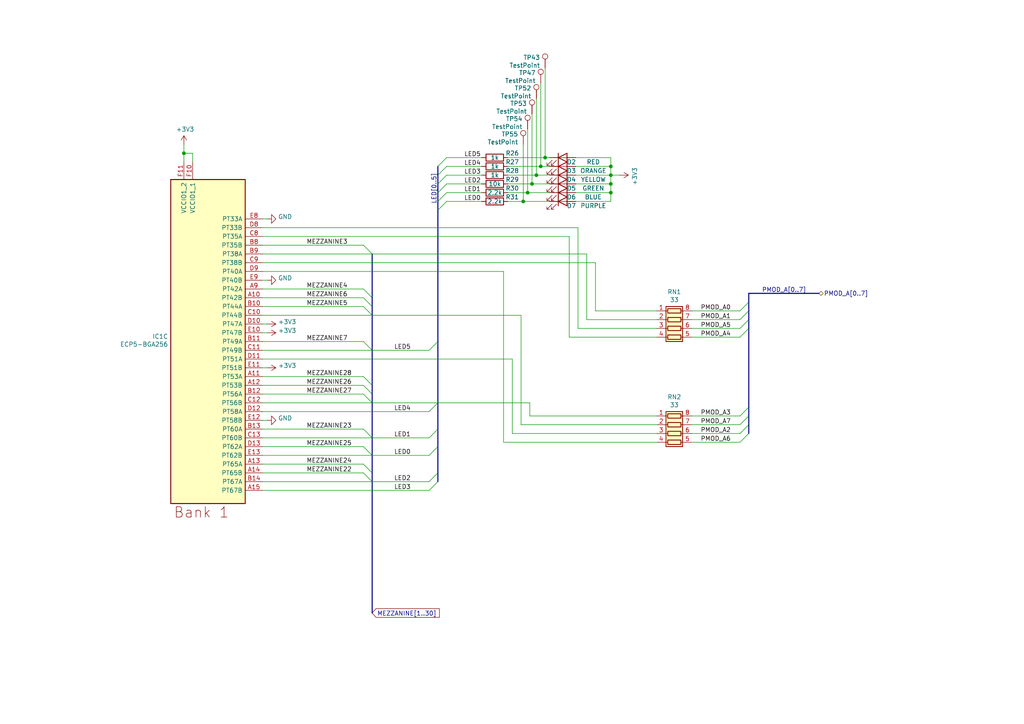
<source format=kicad_sch>
(kicad_sch (version 20211123) (generator eeschema)
  (paper "A4")
  (title_block (title "Cynthion") (date "${DATE}") (rev "${VERSION}") (company "Copyright 2019-2023 Great Scott Gadgets") (comment 1 "Licensed under the CERN-OHL-P v2"))
  (lib_symbols
    (symbol "Connector:TestPoint" (pin_numbers hide) (pin_names (offset 0.762) hide)
      (property "Reference" "TP" (at 0 6.858 0))
      (property "Value" "TestPoint" (at 0 5.08 0))
      (symbol "TestPoint_0_1"
        (circle (center 0 3.302) (radius 0.762))
      )
      (symbol "TestPoint_1_1"
        (pin passive line (at 0 0 90) (length 2.54) (name "1") (number "1"))
      )
    )
    (symbol "Device:LED" (pin_numbers hide) (pin_names (offset 1.016) hide)
      (property "Reference" "D" (at 0 2.54 0))
      (property "Value" "LED" (at 0 -2.54 0))
      (symbol "LED_0_1"
        (polyline (pts (xy -1.27 -1.27) (xy -1.27 1.27)) (stroke (width 0.254)))
        (polyline (pts (xy -1.27 0) (xy 1.27 0)))
        (polyline (pts (xy 1.27 -1.27) (xy 1.27 1.27) (xy -1.27 0) (xy 1.27 -1.27)) (stroke (width 0.254)))
        (polyline (pts (xy -3.048 -0.762) (xy -4.572 -2.286) (xy -3.81 -2.286) (xy -4.572 -2.286) (xy -4.572 -1.524)))
        (polyline (pts (xy -1.778 -0.762) (xy -3.302 -2.286) (xy -2.54 -2.286) (xy -3.302 -2.286) (xy -3.302 -1.524)))
      )
      (symbol "LED_1_1"
        (pin passive line (at -3.81 0 0) (length 2.54) (name "K") (number "1"))
        (pin passive line (at 3.81 0 180) (length 2.54) (name "A") (number "2"))
      )
    )
    (symbol "Device:R" (pin_numbers hide) (pin_names (offset 0))
      (property "Reference" "R" (at 2.032 0 90))
      (property "Value" "R" (at 0 0 90))
      (symbol "R_0_1"
        (rectangle (start -1.016 -2.54) (end 1.016 2.54) (stroke (width 0.254)))
      )
      (symbol "R_1_1"
        (pin passive line (at 0 3.81 270) (length 1.27) (name "~") (number "1"))
        (pin passive line (at 0 -3.81 90) (length 1.27) (name "~") (number "2"))
      )
    )
    (symbol "Device:R_Pack04" (pin_names (offset 0) hide)
      (property "Reference" "RN" (at -7.62 0 90))
      (property "Value" "R_Pack04" (at 5.08 0 90))
      (symbol "R_Pack04_0_1"
        (rectangle (start -6.35 -2.413) (end 3.81 2.413) (stroke (width 0.254)) (fill (type background)))
        (rectangle (start -5.715 1.905) (end -4.445 -1.905) (stroke (width 0.254)))
        (rectangle (start -3.175 1.905) (end -1.905 -1.905) (stroke (width 0.254)))
        (rectangle (start -0.635 1.905) (end 0.635 -1.905) (stroke (width 0.254)))
        (polyline (pts (xy -5.08 -2.54) (xy -5.08 -1.905)))
        (polyline (pts (xy -5.08 1.905) (xy -5.08 2.54)))
        (polyline (pts (xy -2.54 -2.54) (xy -2.54 -1.905)))
        (polyline (pts (xy -2.54 1.905) (xy -2.54 2.54)))
        (polyline (pts (xy 0 -2.54) (xy 0 -1.905)))
        (polyline (pts (xy 0 1.905) (xy 0 2.54)))
        (polyline (pts (xy 2.54 -2.54) (xy 2.54 -1.905)))
        (polyline (pts (xy 2.54 1.905) (xy 2.54 2.54)))
        (rectangle (start 1.905 1.905) (end 3.175 -1.905) (stroke (width 0.254)))
      )
      (symbol "R_Pack04_1_1"
        (pin passive line (at -5.08 -5.08 90) (length 2.54) (name "R1.1") (number "1"))
        (pin passive line (at -2.54 -5.08 90) (length 2.54) (name "R2.1") (number "2"))
        (pin passive line (at 0 -5.08 90) (length 2.54) (name "R3.1") (number "3"))
        (pin passive line (at 2.54 -5.08 90) (length 2.54) (name "R4.1") (number "4"))
        (pin passive line (at 2.54 5.08 270) (length 2.54) (name "R4.2") (number "5"))
        (pin passive line (at 0 5.08 270) (length 2.54) (name "R3.2") (number "6"))
        (pin passive line (at -2.54 5.08 270) (length 2.54) (name "R2.2") (number "7"))
        (pin passive line (at -5.08 5.08 270) (length 2.54) (name "R1.2") (number "8"))
      )
    )
    (symbol "fpgas_and_processors:ECP5-BGA256" (pin_names (offset 0.762))
      (property "Reference" "IC" (at -2.54 1.27 0))
      (property "Value" "ECP5-BGA256" (at 10.16 1.27 0))
      (symbol "ECP5-BGA256_1_0"
        (rectangle (start 5.08 0) (end 33.02 -71.12) (stroke (width 0.3048)) (fill (type background)))
      )
      (symbol "ECP5-BGA256_1_1"
        (text "FPGA Supplies" (at 19.05 -76.2 0) (effects (font (size 2.9972 2.9972))))
        (pin power_in line (at 38.1 -2.54 180) (length 5.08) (name "GND_1") (number "A1"))
        (pin power_in line (at 38.1 -5.08 180) (length 5.08) (name "GND_2") (number "A16"))
        (pin power_in line (at 38.1 -10.16 180) (length 5.08) (name "GND_4") (number "D15"))
        (pin power_in line (at 38.1 -7.62 180) (length 5.08) (name "GND_3") (number "D2"))
        (pin power_in line (at 38.1 -12.7 180) (length 5.08) (name "GND_5") (number "F8"))
        (pin power_in line (at 38.1 -15.24 180) (length 5.08) (name "GND_6") (number "F9"))
        (pin power_in line (at 38.1 -20.32 180) (length 5.08) (name "GND_8") (number "G10"))
        (pin power_in line (at 0 -66.04 0) (length 5.08) (name "VCCAUX_1") (number "G11"))
        (pin power_in line (at 0 -2.54 0) (length 5.08) (name "VCC_1") (number "G6"))
        (pin power_in line (at 0 -5.08 0) (length 5.08) (name "VCC_2") (number "G7"))
        (pin power_in line (at 38.1 -17.78 180) (length 5.08) (name "GND_7") (number "G8"))
        (pin power_in line (at 0 -7.62 0) (length 5.08) (name "VCC_3") (number "G9"))
        (pin power_in line (at 38.1 -22.86 180) (length 5.08) (name "GND_9") (number "H1"))
        (pin power_in line (at 38.1 -30.48 180) (length 5.08) (name "GND_12") (number "H10"))
        (pin power_in line (at 38.1 -33.02 180) (length 5.08) (name "GND_13") (number "H16"))
        (pin power_in line (at 38.1 -25.4 180) (length 5.08) (name "GND_10") (number "H8"))
        (pin power_in line (at 38.1 -27.94 180) (length 5.08) (name "GND_11") (number "H9"))
        (pin power_in line (at 38.1 -40.64 180) (length 5.08) (name "GND_16") (number "J10"))
        (pin power_in line (at 38.1 -35.56 180) (length 5.08) (name "GND_14") (number "J8"))
        (pin power_in line (at 38.1 -38.1 180) (length 5.08) (name "GND_15") (number "J9"))
        (pin power_in line (at 38.1 -53.34 180) (length 5.08) (name "GND_21") (number "K10"))
        (pin power_in line (at 38.1 -43.18 180) (length 5.08) (name "GND_17") (number "K6"))
        (pin power_in line (at 38.1 -45.72 180) (length 5.08) (name "GND_18") (number "K7"))
        (pin power_in line (at 38.1 -48.26 180) (length 5.08) (name "GND_19") (number "K8"))
        (pin power_in line (at 38.1 -50.8 180) (length 5.08) (name "GND_20") (number "K9"))
        (pin power_in line (at 0 -15.24 0) (length 5.08) (name "VCC_6") (number "L10"))
        (pin power_in line (at 0 -68.58 0) (length 5.08) (name "VCCAUX_2") (number "L7"))
        (pin power_in line (at 0 -10.16 0) (length 5.08) (name "VCC_4") (number "L8"))
        (pin power_in line (at 0 -12.7 0) (length 5.08) (name "VCC_5") (number "L9"))
        (pin power_in line (at 38.1 -58.42 180) (length 5.08) (name "GND_23") (number "N15"))
        (pin power_in line (at 38.1 -55.88 180) (length 5.08) (name "GND_22") (number "N2"))
        (pin power_in line (at 38.1 -60.96 180) (length 5.08) (name "GND_24") (number "T1"))
        (pin power_in line (at 38.1 -66.04 180) (length 5.08) (name "GND_26") (number "T12"))
        (pin power_in line (at 38.1 -68.58 180) (length 5.08) (name "GND_27") (number "T16"))
        (pin power_in line (at 38.1 -63.5 180) (length 5.08) (name "GND_25") (number "T5"))
      )
      (symbol "ECP5-BGA256_2_1"
        (rectangle (start 0 0) (end 19.05 -74.93) (stroke (width 0.3048)) (fill (type background)))
        (text "Bank 0" (at 10.16 -78.74 0) (effects (font (size 2.9972 2.9972))))
        (pin bidirectional line (at 24.13 -11.43 180) (length 5.08) (name "PT4A") (number "A2"))
        (pin bidirectional line (at 24.13 -16.51 180) (length 5.08) (name "PT6A") (number "A3"))
        (pin bidirectional line (at 24.13 -19.05 180) (length 5.08) (name "PT6B") (number "A4"))
        (pin bidirectional line (at 24.13 -43.18 180) (length 5.08) (name "PT18A") (number "A5"))
        (pin bidirectional line (at 24.13 -45.72 180) (length 5.08) (name "PT18B") (number "A6"))
        (pin bidirectional line (at 24.13 -68.58 180) (length 5.08) (name "PT29A") (number "A7"))
        (pin bidirectional line (at 24.13 -71.12 180) (length 5.08) (name "PT29B") (number "A8"))
        (pin bidirectional line (at 24.13 -13.97 180) (length 5.08) (name "PT4B") (number "B3"))
        (pin bidirectional line (at 24.13 -29.21 180) (length 5.08) (name "PT11B") (number "B4"))
        (pin bidirectional line (at 24.13 -39.37 180) (length 5.08) (name "PT15B") (number "B5"))
        (pin bidirectional line (at 24.13 -55.88 180) (length 5.08) (name "PT22B") (number "B6"))
        (pin bidirectional line (at 24.13 -66.04 180) (length 5.08) (name "PT27B") (number "B7"))
        (pin bidirectional line (at 24.13 -26.67 180) (length 5.08) (name "PT11A") (number "C4"))
        (pin bidirectional line (at 24.13 -36.83 180) (length 5.08) (name "PT15A") (number "C5"))
        (pin bidirectional line (at 24.13 -53.34 180) (length 5.08) (name "PT22A") (number "C6"))
        (pin bidirectional line (at 24.13 -63.5 180) (length 5.08) (name "PT27A") (number "C7"))
        (pin bidirectional line (at 24.13 -24.13 180) (length 5.08) (name "PT9B") (number "D4"))
        (pin bidirectional line (at 24.13 -34.29 180) (length 5.08) (name "PT13B") (number "D5"))
        (pin bidirectional line (at 24.13 -50.8 180) (length 5.08) (name "PT20B") (number "D6"))
        (pin bidirectional line (at 24.13 -60.96 180) (length 5.08) (name "PT24B") (number "D7"))
        (pin bidirectional line (at 24.13 -21.59 180) (length 5.08) (name "PT9A") (number "E4"))
        (pin bidirectional line (at 24.13 -31.75 180) (length 5.08) (name "PT13A") (number "E5"))
        (pin bidirectional line (at 24.13 -48.26 180) (length 5.08) (name "PT20A") (number "E6"))
        (pin bidirectional line (at 24.13 -58.42 180) (length 5.08) (name "PT24A") (number "E7"))
        (pin power_in line (at 7.62 5.08 270) (length 5.08) (name "VCCIO0_1") (number "F6"))
        (pin power_in line (at 5.08 5.08 270) (length 5.08) (name "VCCIO0_2") (number "F7"))
      )
      (symbol "ECP5-BGA256_3_0"
        (rectangle (start 0 0) (end 21.59 -93.98) (stroke (width 0.3048)) (fill (type background)))
      )
      (symbol "ECP5-BGA256_3_1"
        (text "Bank 1" (at 8.89 -96.52 0) (effects (font (size 2.9972 2.9972))))
        (pin bidirectional line (at 26.67 -34.29 180) (length 5.08) (name "PT42B") (number "A10"))
        (pin bidirectional line (at 26.67 -57.15 180) (length 5.08) (name "PT53A") (number "A11"))
        (pin bidirectional line (at 26.67 -59.69 180) (length 5.08) (name "PT53B") (number "A12"))
        (pin bidirectional line (at 26.67 -82.55 180) (length 5.08) (name "PT65A") (number "A13"))
        (pin bidirectional line (at 26.67 -85.09 180) (length 5.08) (name "PT65B") (number "A14"))
        (pin bidirectional line (at 26.67 -90.17 180) (length 5.08) (name "PT67B") (number "A15"))
        (pin bidirectional line (at 26.67 -31.75 180) (length 5.08) (name "PT42A") (number "A9"))
        (pin bidirectional line (at 26.67 -36.83 180) (length 5.08) (name "PT44A") (number "B10"))
        (pin bidirectional line (at 26.67 -46.99 180) (length 5.08) (name "PT49A") (number "B11"))
        (pin bidirectional line (at 26.67 -62.23 180) (length 5.08) (name "PT56A") (number "B12"))
        (pin bidirectional line (at 26.67 -72.39 180) (length 5.08) (name "PT60A") (number "B13"))
        (pin bidirectional line (at 26.67 -87.63 180) (length 5.08) (name "PT67A") (number "B14"))
        (pin bidirectional line (at 26.67 -19.05 180) (length 5.08) (name "PT35B") (number "B8"))
        (pin bidirectional line (at 26.67 -21.59 180) (length 5.08) (name "PT38A") (number "B9"))
        (pin bidirectional line (at 26.67 -39.37 180) (length 5.08) (name "PT44B") (number "C10"))
        (pin bidirectional line (at 26.67 -49.53 180) (length 5.08) (name "PT49B") (number "C11"))
        (pin bidirectional line (at 26.67 -64.77 180) (length 5.08) (name "PT56B") (number "C12"))
        (pin bidirectional line (at 26.67 -74.93 180) (length 5.08) (name "PT60B") (number "C13"))
        (pin bidirectional line (at 26.67 -16.51 180) (length 5.08) (name "PT35A") (number "C8"))
        (pin bidirectional line (at 26.67 -24.13 180) (length 5.08) (name "PT38B") (number "C9"))
        (pin bidirectional line (at 26.67 -41.91 180) (length 5.08) (name "PT47A") (number "D10"))
        (pin bidirectional line (at 26.67 -52.07 180) (length 5.08) (name "PT51A") (number "D11"))
        (pin bidirectional line (at 26.67 -67.31 180) (length 5.08) (name "PT58A") (number "D12"))
        (pin bidirectional line (at 26.67 -77.47 180) (length 5.08) (name "PT62A") (number "D13"))
        (pin bidirectional line (at 26.67 -13.97 180) (length 5.08) (name "PT33B") (number "D8"))
        (pin bidirectional line (at 26.67 -26.67 180) (length 5.08) (name "PT40A") (number "D9"))
        (pin bidirectional line (at 26.67 -44.45 180) (length 5.08) (name "PT47B") (number "E10"))
        (pin bidirectional line (at 26.67 -54.61 180) (length 5.08) (name "PT51B") (number "E11"))
        (pin bidirectional line (at 26.67 -69.85 180) (length 5.08) (name "PT58B") (number "E12"))
        (pin bidirectional line (at 26.67 -80.01 180) (length 5.08) (name "PT62B") (number "E13"))
        (pin bidirectional line (at 26.67 -11.43 180) (length 5.08) (name "PT33A") (number "E8"))
        (pin bidirectional line (at 26.67 -29.21 180) (length 5.08) (name "PT40B") (number "E9"))
        (pin power_in line (at 6.35 5.08 270) (length 5.08) (name "VCCIO1_1") (number "F10"))
        (pin power_in line (at 3.81 5.08 270) (length 5.08) (name "VCCIO1_2") (number "F11"))
      )
      (symbol "ECP5-BGA256_4_1"
        (rectangle (start 0 0) (end 19.05 -93.98) (stroke (width 0.3048)) (fill (type background)))
        (text "Bank 2" (at 10.16 -97.79 0) (effects (font (size 2.9972 2.9972))))
        (pin bidirectional line (at 24.13 -13.97 180) (length 5.08) (name "PR2B") (number "B15"))
        (pin bidirectional line (at 24.13 -11.43 180) (length 5.08) (name "PR2A") (number "B16"))
        (pin bidirectional line (at 24.13 -16.51 180) (length 5.08) (name "PR2C") (number "C14"))
        (pin bidirectional line (at 24.13 -24.13 180) (length 5.08) (name "PR5B") (number "C15"))
        (pin bidirectional line (at 24.13 -21.59 180) (length 5.08) (name "PR5A") (number "C16"))
        (pin bidirectional line (at 24.13 -19.05 180) (length 5.08) (name "PR2D") (number "D14"))
        (pin bidirectional line (at 24.13 -31.75 180) (length 5.08) (name "PR8A") (number "D16"))
        (pin bidirectional line (at 24.13 -26.67 180) (length 5.08) (name "PR5C") (number "E14"))
        (pin bidirectional line (at 24.13 -34.29 180) (length 5.08) (name "PR8B") (number "E15"))
        (pin bidirectional line (at 24.13 -49.53 180) (length 5.08) (name "PR11D") (number "E16"))
        (pin bidirectional line (at 24.13 -39.37 180) (length 5.08) (name "PR8D") (number "F12"))
        (pin bidirectional line (at 24.13 -36.83 180) (length 5.08) (name "PR8C") (number "F13"))
        (pin bidirectional line (at 24.13 -29.21 180) (length 5.08) (name "PR5D") (number "F14"))
        (pin bidirectional line (at 24.13 -46.99 180) (length 5.08) (name "PR11C") (number "F15"))
        (pin bidirectional line (at 24.13 -52.07 180) (length 5.08) (name "PR14A") (number "F16"))
        (pin bidirectional line (at 24.13 -41.91 180) (length 5.08) (name "PR11A") (number "G12"))
        (pin bidirectional line (at 24.13 -44.45 180) (length 5.08) (name "PR11B") (number "G13"))
        (pin bidirectional line (at 24.13 -57.15 180) (length 5.08) (name "PR14C") (number "G14"))
        (pin bidirectional line (at 24.13 -54.61 180) (length 5.08) (name "PR14B") (number "G15"))
        (pin bidirectional line (at 24.13 -72.39 180) (length 5.08) (name "PR20A") (number "G16"))
        (pin power_in line (at 3.81 5.08 270) (length 5.08) (name "VCCIO2_1") (number "H11"))
        (pin bidirectional line (at 24.13 -62.23 180) (length 5.08) (name "PR17A") (number "H12"))
        (pin bidirectional line (at 24.13 -64.77 180) (length 5.08) (name "PR17B") (number "H13"))
        (pin bidirectional line (at 24.13 -59.69 180) (length 5.08) (name "PR14D") (number "H14"))
        (pin bidirectional line (at 24.13 -74.93 180) (length 5.08) (name "PR20B") (number "H15"))
        (pin power_in line (at 6.35 5.08 270) (length 5.08) (name "VCCIO2_2") (number "J11"))
        (pin bidirectional line (at 24.13 -69.85 180) (length 5.08) (name "PR17D") (number "J12"))
        (pin bidirectional line (at 24.13 -67.31 180) (length 5.08) (name "PR17C") (number "J13"))
        (pin bidirectional line (at 24.13 -77.47 180) (length 5.08) (name "PR20C") (number "J14"))
        (pin bidirectional line (at 24.13 -85.09 180) (length 5.08) (name "PR23B") (number "J15"))
        (pin bidirectional line (at 24.13 -82.55 180) (length 5.08) (name "PR23A") (number "J16"))
        (pin bidirectional line (at 24.13 -80.01 180) (length 5.08) (name "PR20D") (number "K14"))
        (pin bidirectional line (at 24.13 -90.17 180) (length 5.08) (name "PR23D") (number "K15"))
        (pin bidirectional line (at 24.13 -87.63 180) (length 5.08) (name "PR23C") (number "K16"))
      )
      (symbol "ECP5-BGA256_5_0"
        (rectangle (start 0 0) (end 20.32 -91.44) (stroke (width 0.3048)) (fill (type background)))
      )
      (symbol "ECP5-BGA256_5_1"
        (text "Bank 3" (at 15.24 -96.52 0) (effects (font (size 2.9972 2.9972))))
        (pin power_in line (at 3.81 5.08 270) (length 5.08) (name "VCCIO3_1") (number "K11"))
        (pin bidirectional line (at 25.4 -22.86 180) (length 5.08) (name "PR29B") (number "K12"))
        (pin bidirectional line (at 25.4 -20.32 180) (length 5.08) (name "PR29A") (number "K13"))
        (pin power_in line (at 6.35 5.08 270) (length 5.08) (name "VCCIO3_2") (number "L11"))
        (pin bidirectional line (at 25.4 -27.94 180) (length 5.08) (name "PR29D") (number "L12"))
        (pin bidirectional line (at 25.4 -25.4 180) (length 5.08) (name "PR29C") (number "L13"))
        (pin bidirectional line (at 25.4 -35.56 180) (length 5.08) (name "PR32C") (number "L14"))
        (pin bidirectional line (at 25.4 -12.7 180) (length 5.08) (name "PR26B") (number "L15"))
        (pin bidirectional line (at 25.4 -10.16 180) (length 5.08) (name "PR26A") (number "L16"))
        (pin bidirectional line (at 25.4 -81.28 180) (length 5.08) (name "PR47A") (number "M11"))
        (pin bidirectional line (at 25.4 -76.2 180) (length 5.08) (name "PR44C") (number "M12"))
        (pin bidirectional line (at 25.4 -45.72 180) (length 5.08) (name "PR35C") (number "M13"))
        (pin bidirectional line (at 25.4 -38.1 180) (length 5.08) (name "PR32D") (number "M14"))
        (pin bidirectional line (at 25.4 -17.78 180) (length 5.08) (name "PR26D") (number "M15"))
        (pin bidirectional line (at 25.4 -15.24 180) (length 5.08) (name "PR26C") (number "M16"))
        (pin bidirectional line (at 25.4 -83.82 180) (length 5.08) (name "PR47B") (number "N11"))
        (pin bidirectional line (at 25.4 -78.74 180) (length 5.08) (name "PR44D") (number "N12"))
        (pin bidirectional line (at 25.4 -50.8 180) (length 5.08) (name "PR38A") (number "N13"))
        (pin bidirectional line (at 25.4 -48.26 180) (length 5.08) (name "PR35D") (number "N14"))
        (pin bidirectional line (at 25.4 -30.48 180) (length 5.08) (name "PR32A") (number "N16"))
        (pin bidirectional line (at 25.4 -86.36 180) (length 5.08) (name "PR47C") (number "P11"))
        (pin bidirectional line (at 25.4 -88.9 180) (length 5.08) (name "PR47D") (number "P12"))
        (pin bidirectional line (at 25.4 -60.96 180) (length 5.08) (name "PR41A") (number "P13"))
        (pin bidirectional line (at 25.4 -53.34 180) (length 5.08) (name "PR38B") (number "P14"))
        (pin bidirectional line (at 25.4 -33.02 180) (length 5.08) (name "PR32B") (number "P15"))
        (pin bidirectional line (at 25.4 -40.64 180) (length 5.08) (name "PR35A") (number "P16"))
        (pin bidirectional line (at 25.4 -71.12 180) (length 5.08) (name "PR44A") (number "R12"))
        (pin bidirectional line (at 25.4 -66.04 180) (length 5.08) (name "PR41C") (number "R13"))
        (pin bidirectional line (at 25.4 -63.5 180) (length 5.08) (name "PR41B") (number "R14"))
        (pin bidirectional line (at 25.4 -55.88 180) (length 5.08) (name "PR38C") (number "R15"))
        (pin bidirectional line (at 25.4 -43.18 180) (length 5.08) (name "PR35B") (number "R16"))
        (pin bidirectional line (at 25.4 -73.66 180) (length 5.08) (name "PR44B") (number "T13"))
        (pin bidirectional line (at 25.4 -68.58 180) (length 5.08) (name "PR41D") (number "T14"))
        (pin bidirectional line (at 25.4 -58.42 180) (length 5.08) (name "PR38D") (number "T15"))
      )
      (symbol "ECP5-BGA256_6_1"
        (rectangle (start 0 0) (end 19.05 -106.68) (stroke (width 0.3048)) (fill (type background)))
        (text "Bank 6" (at 11.43 -110.49 0) (effects (font (size 2.9972 2.9972))))
        (pin power_in line (at 3.81 5.08 270) (length 5.08) (name "VCCIO6_1") (number "J6"))
        (pin power_in line (at 6.35 5.08 270) (length 5.08) (name "VCCIO6_2") (number "J7"))
        (pin bidirectional line (at 24.13 -25.4 180) (length 5.08) (name "PL29A") (number "K4"))
        (pin bidirectional line (at 24.13 -27.94 180) (length 5.08) (name "PL29B") (number "K5"))
        (pin bidirectional line (at 24.13 -13.97 180) (length 5.08) (name "PL26A") (number "L1"))
        (pin bidirectional line (at 24.13 -16.51 180) (length 5.08) (name "PL26B") (number "L2"))
        (pin bidirectional line (at 24.13 -41.91 180) (length 5.08) (name "PL32C") (number "L3"))
        (pin bidirectional line (at 24.13 -30.48 180) (length 5.08) (name "PL29C") (number "L4"))
        (pin bidirectional line (at 24.13 -33.02 180) (length 5.08) (name "PL29D") (number "L5"))
        (pin bidirectional line (at 24.13 -19.05 180) (length 5.08) (name "PL26C") (number "M1"))
        (pin bidirectional line (at 24.13 -21.59 180) (length 5.08) (name "PL26D") (number "M2"))
        (pin bidirectional line (at 24.13 -44.45 180) (length 5.08) (name "PL32D") (number "M3"))
        (pin bidirectional line (at 24.13 -53.34 180) (length 5.08) (name "PL35C") (number "M4"))
        (pin bidirectional line (at 24.13 -78.74 180) (length 5.08) (name "PL44C") (number "M5"))
        (pin bidirectional line (at 24.13 -96.52 180) (length 5.08) (name "PL47A") (number "M6"))
        (pin bidirectional line (at 24.13 -36.83 180) (length 5.08) (name "PL32A") (number "N1"))
        (pin bidirectional line (at 24.13 -55.88 180) (length 5.08) (name "PL35D") (number "N3"))
        (pin bidirectional line (at 24.13 -60.96 180) (length 5.08) (name "PL38A") (number "N4"))
        (pin bidirectional line (at 24.13 -81.28 180) (length 5.08) (name "PL44D") (number "N5"))
        (pin bidirectional line (at 24.13 -99.06 180) (length 5.08) (name "PL47B") (number "N6"))
        (pin bidirectional line (at 24.13 -48.26 180) (length 5.08) (name "PL35A") (number "P1"))
        (pin bidirectional line (at 24.13 -39.37 180) (length 5.08) (name "PL32B") (number "P2"))
        (pin bidirectional line (at 24.13 -63.5 180) (length 5.08) (name "PL38B") (number "P3"))
        (pin bidirectional line (at 24.13 -85.09 180) (length 5.08) (name "PL41A") (number "P4"))
        (pin bidirectional line (at 24.13 -101.6 180) (length 5.08) (name "PL47D") (number "P5"))
        (pin bidirectional line (at 24.13 -104.14 180) (length 5.08) (name "PL47C") (number "P6"))
        (pin bidirectional line (at 24.13 -50.8 180) (length 5.08) (name "PL35B") (number "R1"))
        (pin bidirectional line (at 24.13 -66.04 180) (length 5.08) (name "PL38C") (number "R2"))
        (pin bidirectional line (at 24.13 -87.63 180) (length 5.08) (name "PL41B") (number "R3"))
        (pin bidirectional line (at 24.13 -90.17 180) (length 5.08) (name "PL41C") (number "R4"))
        (pin bidirectional line (at 24.13 -73.66 180) (length 5.08) (name "PL44A") (number "R5"))
        (pin bidirectional line (at 24.13 -68.58 180) (length 5.08) (name "PL38D") (number "T2"))
        (pin bidirectional line (at 24.13 -92.71 180) (length 5.08) (name "PL41D") (number "T3"))
        (pin bidirectional line (at 24.13 -76.2 180) (length 5.08) (name "PL44B") (number "T4"))
      )
      (symbol "ECP5-BGA256_7_1"
        (rectangle (start 0 0) (end 20.32 -109.22) (stroke (width 0.3048)) (fill (type background)))
        (text "Bank 7" (at 12.7 -113.03 0) (effects (font (size 2.9972 2.9972))))
        (pin bidirectional line (at 25.4 -10.16 180) (length 5.08) (name "PL2A") (number "B1"))
        (pin bidirectional line (at 25.4 -12.7 180) (length 5.08) (name "PL2B") (number "B2"))
        (pin bidirectional line (at 25.4 -22.86 180) (length 5.08) (name "PL5A") (number "C1"))
        (pin bidirectional line (at 25.4 -25.4 180) (length 5.08) (name "PL5B") (number "C2"))
        (pin bidirectional line (at 25.4 -15.24 180) (length 5.08) (name "PL2C") (number "C3"))
        (pin bidirectional line (at 25.4 -35.56 180) (length 5.08) (name "PL8A") (number "D1"))
        (pin bidirectional line (at 25.4 -17.78 180) (length 5.08) (name "PL2D") (number "D3"))
        (pin bidirectional line (at 25.4 -54.61 180) (length 5.08) (name "PL11D") (number "E1"))
        (pin bidirectional line (at 25.4 -38.1 180) (length 5.08) (name "PL8B") (number "E2"))
        (pin bidirectional line (at 25.4 -27.94 180) (length 5.08) (name "PL5C") (number "E3"))
        (pin bidirectional line (at 25.4 -59.69 180) (length 5.08) (name "PL14A") (number "F1"))
        (pin bidirectional line (at 25.4 -52.07 180) (length 5.08) (name "PL11C") (number "F2"))
        (pin bidirectional line (at 25.4 -30.48 180) (length 5.08) (name "PL5D") (number "F3"))
        (pin bidirectional line (at 25.4 -40.64 180) (length 5.08) (name "PL8C") (number "F4"))
        (pin bidirectional line (at 25.4 -43.18 180) (length 5.08) (name "PL8D") (number "F5"))
        (pin bidirectional line (at 25.4 -82.55 180) (length 5.08) (name "PL20A") (number "G1"))
        (pin bidirectional line (at 25.4 -62.23 180) (length 5.08) (name "PL14B") (number "G2"))
        (pin bidirectional line (at 25.4 -64.77 180) (length 5.08) (name "PL14C") (number "G3"))
        (pin bidirectional line (at 25.4 -49.53 180) (length 5.08) (name "PL11B") (number "G4"))
        (pin bidirectional line (at 25.4 -46.99 180) (length 5.08) (name "PL11A") (number "G5"))
        (pin bidirectional line (at 25.4 -85.09 180) (length 5.08) (name "PL20B") (number "H2"))
        (pin bidirectional line (at 25.4 -67.31 180) (length 5.08) (name "PL14D") (number "H3"))
        (pin bidirectional line (at 25.4 -73.66 180) (length 5.08) (name "PL17B") (number "H4"))
        (pin bidirectional line (at 25.4 -71.12 180) (length 5.08) (name "PL17A") (number "H5"))
        (pin power_in line (at 7.62 5.08 270) (length 5.08) (name "VCCIO7_1") (number "H6"))
        (pin power_in line (at 5.08 5.08 270) (length 5.08) (name "VCCIO7_2") (number "H7"))
        (pin bidirectional line (at 25.4 -95.25 180) (length 5.08) (name "PL23A") (number "J1"))
        (pin bidirectional line (at 25.4 -97.79 180) (length 5.08) (name "PL23B") (number "J2"))
        (pin bidirectional line (at 25.4 -87.63 180) (length 5.08) (name "PL20C") (number "J3"))
        (pin bidirectional line (at 25.4 -76.2 180) (length 5.08) (name "PL17C") (number "J4"))
        (pin bidirectional line (at 25.4 -78.74 180) (length 5.08) (name "PL17D") (number "J5"))
        (pin bidirectional line (at 25.4 -100.33 180) (length 5.08) (name "PL23C") (number "K1"))
        (pin bidirectional line (at 25.4 -102.87 180) (length 5.08) (name "PL23D") (number "K2"))
        (pin bidirectional line (at 25.4 -90.17 180) (length 5.08) (name "PL20D") (number "K3"))
      )
      (symbol "ECP5-BGA256_8_0"
        (text "(Config)" (at 13.97 -97.79 0) (effects (font (size 2.9972 2.9972))))
        (text "Bank 8" (at 13.97 -92.71 0) (effects (font (size 2.9972 2.9972))))
      )
      (symbol "ECP5-BGA256_8_1"
        (rectangle (start 0 0) (end 21.59 -88.9) (stroke (width 0.3048)) (fill (type background)))
        (pin power_in line (at 5.08 5.08 270) (length 5.08) (name "VCCIO8") (number "L6"))
        (pin output line (at 26.67 -57.15 180) (length 5.08) (name "TDO") (number "M10"))
        (pin bidirectional line (at 26.67 -24.13 180) (length 5.08) (name "D2/PB9B") (number "M7"))
        (pin bidirectional line (at 26.67 -39.37 180) (length 5.08) (name "DOUT/CSON/PB15B") (number "M8"))
        (pin bidirectional line (at 26.67 -41.91 180) (length 5.08) (name "WRITEEN/PB18A") (number "M9"))
        (pin input line (at 26.67 -68.58 180) (length 5.08) (name "CFG_0") (number "N10"))
        (pin bidirectional line (at 26.67 -21.59 180) (length 5.08) (name "D3/PB9A") (number "N7"))
        (pin bidirectional line (at 26.67 -36.83 180) (length 5.08) (name "HOLDN/DI/PB15A") (number "N8"))
        (pin bidirectional line (at 26.67 -63.5 180) (length 5.08) (name "MCLK/SCLK/CCLK") (number "N9"))
        (pin input line (at 26.67 -71.12 180) (length 5.08) (name "CFG_1") (number "P10"))
        (pin bidirectional line (at 26.67 -19.05 180) (length 5.08) (name "D4/PICO2/PB6B") (number "P7"))
        (pin bidirectional line (at 26.67 -34.29 180) (length 5.08) (name "CS1N/PB13B") (number "P8"))
        (pin bidirectional line (at 26.67 -80.01 180) (length 5.08) (name "DONE") (number "P9"))
        (pin input line (at 26.67 -73.66 180) (length 5.08) (name "CFG_2") (number "R10"))
        (pin input line (at 26.67 -54.61 180) (length 5.08) (name "TDI") (number "R11"))
        (pin bidirectional line (at 26.67 -13.97 180) (length 5.08) (name "D6/PB4B") (number "R6"))
        (pin bidirectional line (at 26.67 -16.51 180) (length 5.08) (name "D5/POCI2/PB6A") (number "R7"))
        (pin bidirectional line (at 26.67 -31.75 180) (length 5.08) (name "SN/CSN/PB13A") (number "R8"))
        (pin bidirectional line (at 26.67 -85.09 180) (length 5.08) (name "PROGRAMN") (number "R9"))
        (pin input line (at 26.67 -52.07 180) (length 5.08) (name "TCK") (number "T10"))
        (pin input line (at 26.67 -49.53 180) (length 5.08) (name "TMS") (number "T11"))
        (pin bidirectional line (at 26.67 -11.43 180) (length 5.08) (name "D7/PB4A") (number "T6"))
        (pin bidirectional line (at 26.67 -26.67 180) (length 5.08) (name "D1/POCI/PB11A") (number "T7"))
        (pin bidirectional line (at 26.67 -29.21 180) (length 5.08) (name "D0/PICO/PB11B") (number "T8"))
        (pin bidirectional line (at 26.67 -82.55 180) (length 5.08) (name "INITN") (number "T9"))
      )
    )
    (symbol "power:+3V3" (power) (pin_names (offset 0))
      (property "Value" "+3V3" (at 0 3.556 0))
      (symbol "+3V3_0_1"
        (polyline (pts (xy -0.762 1.27) (xy 0 2.54)))
        (polyline (pts (xy 0 0) (xy 0 2.54)))
        (polyline (pts (xy 0 2.54) (xy 0.762 1.27)))
      )
      (symbol "+3V3_1_1"
        (pin power_in line (at 0 0 90) (length 0) hide (name "+3V3") (number "1"))
      )
    )
    (symbol "power:GND" (power) (pin_names (offset 0))
      (property "Value" "GND" (at 0 -3.81 0))
      (symbol "GND_0_1"
        (polyline (pts (xy 0 0) (xy 0 -1.27) (xy 1.27 -1.27) (xy 0 -2.54) (xy -1.27 -1.27) (xy 0 -1.27)))
      )
      (symbol "GND_1_1"
        (pin power_in line (at 0 0 270) (length 0) hide (name "GND") (number "1"))
      )
    )
  )
  (junction (at 153.035 55.88))
  (junction (at 177.165 48.26))
  (junction (at 177.165 55.88))
  (junction (at 155.575 50.8))
  (junction (at 156.845 48.26))
  (junction (at 158.115 45.72))
  (junction (at 53.34 44.45))
  (junction (at 177.165 53.34))
  (junction (at 177.165 50.8))
  (junction (at 154.305 53.34))
  (junction (at 151.765 58.42))
  (bus_entry (at 127 139.7) (size -2.54 2.54))
  (bus_entry (at 127 129.54) (size -2.54 2.54))
  (bus_entry (at 107.95 91.44) (size -2.54 -2.54))
  (bus_entry (at 217.17 87.63) (size -2.54 2.54))
  (bus_entry (at 107.95 86.36) (size -2.54 -2.54))
  (bus_entry (at 107.95 111.76) (size -2.54 -2.54))
  (bus_entry (at 107.95 116.84) (size -2.54 -2.54))
  (bus_entry (at 107.95 73.66) (size -2.54 -2.54))
  (bus_entry (at 217.17 90.17) (size -2.54 2.54))
  (bus_entry (at 129.54 53.34) (size -2.54 2.54))
  (bus_entry (at 129.54 50.8) (size -2.54 2.54))
  (bus_entry (at 127 99.06) (size -2.54 2.54))
  (bus_entry (at 127 124.46) (size -2.54 2.54))
  (bus_entry (at 107.95 137.16) (size -2.54 -2.54))
  (bus_entry (at 107.95 114.3) (size -2.54 -2.54))
  (bus_entry (at 127 137.16) (size -2.54 2.54))
  (bus_entry (at 127 116.84) (size -2.54 2.54))
  (bus_entry (at 217.17 125.73) (size -2.54 2.54))
  (bus_entry (at 217.17 123.19) (size -2.54 2.54))
  (bus_entry (at 129.54 55.88) (size -2.54 2.54))
  (bus_entry (at 107.95 127) (size -2.54 -2.54))
  (bus_entry (at 217.17 120.65) (size -2.54 2.54))
  (bus_entry (at 129.54 58.42) (size -2.54 2.54))
  (bus_entry (at 107.95 88.9) (size -2.54 -2.54))
  (bus_entry (at 217.17 92.71) (size -2.54 2.54))
  (bus_entry (at 217.17 95.25) (size -2.54 2.54))
  (bus_entry (at 129.54 48.26) (size -2.54 2.54))
  (bus_entry (at 129.54 45.72) (size -2.54 2.54))
  (bus_entry (at 107.95 132.08) (size -2.54 -2.54))
  (bus_entry (at 107.95 139.7) (size -2.54 -2.54))
  (bus_entry (at 217.17 118.11) (size -2.54 2.54))
  (bus_entry (at 107.95 101.6) (size -2.54 -2.54))
  (wire (pts (xy 155.575 50.8) (xy 159.385 50.8)))
  (bus (pts (xy 217.17 92.71) (xy 217.17 95.25)))
  (wire (pts (xy 127 116.84) (xy 153.67 116.84)))
  (wire (pts (xy 146.05 78.74) (xy 146.05 128.27)))
  (bus (pts (xy 107.95 86.36) (xy 107.95 88.9)))
  (wire (pts (xy 177.165 45.72) (xy 177.165 48.26)))
  (wire (pts (xy 76.2 104.14) (xy 148.59 104.14)))
  (wire (pts (xy 107.95 127) (xy 124.46 127)))
  (bus (pts (xy 127 55.88) (xy 127 58.42)))
  (wire (pts (xy 146.05 128.27) (xy 190.5 128.27)))
  (bus (pts (xy 107.95 73.66) (xy 107.95 86.36)))
  (wire (pts (xy 76.2 111.76) (xy 105.41 111.76)))
  (wire (pts (xy 156.845 48.26) (xy 159.385 48.26)))
  (wire (pts (xy 172.72 90.17) (xy 190.5 90.17)))
  (wire (pts (xy 53.34 44.45) (xy 55.88 44.45)))
  (wire (pts (xy 107.95 132.08) (xy 76.2 132.08)))
  (wire (pts (xy 107.95 132.08) (xy 124.46 132.08)))
  (wire (pts (xy 76.2 83.82) (xy 105.41 83.82)))
  (wire (pts (xy 153.035 55.88) (xy 159.385 55.88)))
  (wire (pts (xy 76.2 81.28) (xy 77.47 81.28)))
  (wire (pts (xy 129.54 50.8) (xy 139.7 50.8)))
  (wire (pts (xy 200.66 95.25) (xy 214.63 95.25)))
  (wire (pts (xy 167.005 48.26) (xy 177.165 48.26)))
  (wire (pts (xy 76.2 63.5) (xy 77.47 63.5)))
  (wire (pts (xy 76.2 137.16) (xy 105.41 137.16)))
  (wire (pts (xy 77.47 96.52) (xy 76.2 96.52)))
  (wire (pts (xy 177.165 50.8) (xy 179.705 50.8)))
  (wire (pts (xy 107.95 101.6) (xy 76.2 101.6)))
  (bus (pts (xy 107.95 111.76) (xy 107.95 114.3)))
  (bus (pts (xy 107.95 114.3) (xy 107.95 116.84)))
  (wire (pts (xy 200.66 123.19) (xy 214.63 123.19)))
  (wire (pts (xy 167.64 95.25) (xy 190.5 95.25)))
  (wire (pts (xy 76.2 129.54) (xy 105.41 129.54)))
  (wire (pts (xy 76.2 78.74) (xy 146.05 78.74)))
  (wire (pts (xy 214.63 92.71) (xy 200.66 92.71)))
  (wire (pts (xy 151.765 41.91) (xy 151.765 58.42)))
  (bus (pts (xy 217.17 95.25) (xy 217.17 118.11)))
  (wire (pts (xy 154.305 33.02) (xy 154.305 53.34)))
  (wire (pts (xy 76.2 109.22) (xy 105.41 109.22)))
  (wire (pts (xy 107.95 101.6) (xy 124.46 101.6)))
  (bus (pts (xy 217.17 87.63) (xy 217.17 90.17)))
  (wire (pts (xy 129.54 45.72) (xy 139.7 45.72)))
  (wire (pts (xy 107.95 91.44) (xy 151.13 91.44)))
  (wire (pts (xy 165.1 68.58) (xy 165.1 97.79)))
  (wire (pts (xy 76.2 119.38) (xy 124.46 119.38)))
  (bus (pts (xy 107.95 137.16) (xy 107.95 139.7)))
  (wire (pts (xy 77.47 93.98) (xy 76.2 93.98)))
  (bus (pts (xy 127 60.96) (xy 127 99.06)))
  (wire (pts (xy 154.305 53.34) (xy 159.385 53.34)))
  (wire (pts (xy 107.95 116.84) (xy 127 116.84)))
  (wire (pts (xy 165.1 97.79) (xy 190.5 97.79)))
  (wire (pts (xy 76.2 76.2) (xy 172.72 76.2)))
  (wire (pts (xy 53.34 41.91) (xy 53.34 44.45)))
  (bus (pts (xy 107.95 139.7) (xy 107.95 177.8)))
  (wire (pts (xy 214.63 97.79) (xy 200.66 97.79)))
  (wire (pts (xy 170.18 73.66) (xy 170.18 92.71)))
  (wire (pts (xy 167.64 66.04) (xy 167.64 95.25)))
  (bus (pts (xy 127 50.8) (xy 127 53.34)))
  (wire (pts (xy 107.95 139.7) (xy 76.2 139.7)))
  (wire (pts (xy 177.165 48.26) (xy 177.165 50.8)))
  (wire (pts (xy 147.32 58.42) (xy 151.765 58.42)))
  (bus (pts (xy 107.95 127) (xy 107.95 132.08)))
  (wire (pts (xy 76.2 91.44) (xy 107.95 91.44)))
  (bus (pts (xy 107.95 101.6) (xy 107.95 111.76)))
  (wire (pts (xy 139.7 48.26) (xy 129.54 48.26)))
  (wire (pts (xy 76.2 116.84) (xy 107.95 116.84)))
  (wire (pts (xy 177.165 50.8) (xy 177.165 53.34)))
  (wire (pts (xy 76.2 86.36) (xy 105.41 86.36)))
  (bus (pts (xy 217.17 118.11) (xy 217.17 120.65)))
  (wire (pts (xy 167.005 50.8) (xy 177.165 50.8)))
  (wire (pts (xy 76.2 68.58) (xy 165.1 68.58)))
  (wire (pts (xy 155.575 28.575) (xy 155.575 50.8)))
  (wire (pts (xy 153.67 120.65) (xy 190.5 120.65)))
  (bus (pts (xy 127 116.84) (xy 127 124.46)))
  (wire (pts (xy 200.66 120.65) (xy 214.63 120.65)))
  (wire (pts (xy 76.2 134.62) (xy 105.41 134.62)))
  (bus (pts (xy 107.95 116.84) (xy 107.95 127)))
  (wire (pts (xy 129.54 55.88) (xy 139.7 55.88)))
  (wire (pts (xy 148.59 125.73) (xy 190.5 125.73)))
  (wire (pts (xy 172.72 76.2) (xy 172.72 90.17)))
  (bus (pts (xy 127 124.46) (xy 127 129.54)))
  (wire (pts (xy 167.005 45.72) (xy 177.165 45.72)))
  (wire (pts (xy 167.005 53.34) (xy 177.165 53.34)))
  (wire (pts (xy 76.2 99.06) (xy 105.41 99.06)))
  (wire (pts (xy 200.66 128.27) (xy 214.63 128.27)))
  (wire (pts (xy 147.32 53.34) (xy 154.305 53.34)))
  (bus (pts (xy 217.17 85.09) (xy 217.17 87.63)))
  (wire (pts (xy 107.95 73.66) (xy 170.18 73.66)))
  (wire (pts (xy 76.2 124.46) (xy 105.41 124.46)))
  (wire (pts (xy 170.18 92.71) (xy 190.5 92.71)))
  (bus (pts (xy 127 99.06) (xy 127 116.84)))
  (wire (pts (xy 147.32 50.8) (xy 155.575 50.8)))
  (wire (pts (xy 76.2 71.12) (xy 105.41 71.12)))
  (wire (pts (xy 151.13 91.44) (xy 151.13 123.19)))
  (bus (pts (xy 217.17 85.09) (xy 237.49 85.09)))
  (wire (pts (xy 76.2 142.24) (xy 124.46 142.24)))
  (bus (pts (xy 107.95 91.44) (xy 107.95 101.6)))
  (wire (pts (xy 55.88 44.45) (xy 55.88 46.99)))
  (bus (pts (xy 127 48.26) (xy 127 50.8)))
  (bus (pts (xy 217.17 120.65) (xy 217.17 123.19)))
  (wire (pts (xy 153.035 37.465) (xy 153.035 55.88)))
  (wire (pts (xy 158.115 45.72) (xy 158.115 19.685)))
  (wire (pts (xy 151.13 123.19) (xy 190.5 123.19)))
  (bus (pts (xy 107.95 88.9) (xy 107.95 91.44)))
  (bus (pts (xy 217.17 123.19) (xy 217.17 125.73)))
  (wire (pts (xy 139.7 53.34) (xy 129.54 53.34)))
  (wire (pts (xy 177.165 53.34) (xy 177.165 55.88)))
  (bus (pts (xy 127 53.34) (xy 127 55.88)))
  (wire (pts (xy 147.32 45.72) (xy 158.115 45.72)))
  (wire (pts (xy 139.7 58.42) (xy 129.54 58.42)))
  (wire (pts (xy 107.95 127) (xy 76.2 127)))
  (bus (pts (xy 127 129.54) (xy 127 137.16)))
  (wire (pts (xy 158.115 45.72) (xy 159.385 45.72)))
  (wire (pts (xy 147.32 48.26) (xy 156.845 48.26)))
  (wire (pts (xy 167.005 55.88) (xy 177.165 55.88)))
  (wire (pts (xy 76.2 66.04) (xy 167.64 66.04)))
  (wire (pts (xy 76.2 88.9) (xy 105.41 88.9)))
  (wire (pts (xy 200.66 90.17) (xy 214.63 90.17)))
  (bus (pts (xy 107.95 132.08) (xy 107.95 137.16)))
  (bus (pts (xy 127 58.42) (xy 127 60.96)))
  (wire (pts (xy 200.66 125.73) (xy 214.63 125.73)))
  (wire (pts (xy 151.765 58.42) (xy 159.385 58.42)))
  (wire (pts (xy 76.2 73.66) (xy 107.95 73.66)))
  (wire (pts (xy 76.2 114.3) (xy 105.41 114.3)))
  (wire (pts (xy 76.2 121.92) (xy 77.47 121.92)))
  (bus (pts (xy 217.17 90.17) (xy 217.17 92.71)))
  (wire (pts (xy 177.165 55.88) (xy 177.165 58.42)))
  (wire (pts (xy 156.845 24.13) (xy 156.845 48.26)))
  (bus (pts (xy 127 137.16) (xy 127 139.7)))
  (wire (pts (xy 107.95 139.7) (xy 124.46 139.7)))
  (wire (pts (xy 147.32 55.88) (xy 153.035 55.88)))
  (wire (pts (xy 76.2 106.68) (xy 77.47 106.68)))
  (wire (pts (xy 177.165 58.42) (xy 167.005 58.42)))
  (wire (pts (xy 148.59 104.14) (xy 148.59 125.73)))
  (wire (pts (xy 53.34 46.99) (xy 53.34 44.45)))
  (wire (pts (xy 153.67 116.84) (xy 153.67 120.65)))
  (label "PMOD_A3" (at 203.2 120.65 0))
  (label "MEZZANINE24" (at 88.9 134.62 0))
  (label "PMOD_A6" (at 203.2 128.27 0))
  (label "MEZZANINE26" (at 88.9 111.76 0))
  (label "PMOD_A7" (at 203.2 123.19 0))
  (label "LED0" (at 114.3 132.08 0))
  (label "LED2" (at 134.62 53.34 0))
  (label "MEZZANINE28" (at 88.9 109.22 0))
  (label "MEZZANINE6" (at 88.9 86.36 0))
  (label "PMOD_A4" (at 203.2 97.79 0))
  (label "LED4" (at 114.3 119.38 0))
  (label "LED0" (at 134.62 58.42 0))
  (label "PMOD_A5" (at 203.2 95.25 0))
  (label "LED3" (at 114.3 142.24 0))
  (label "LED4" (at 134.62 48.26 0))
  (label "LED5" (at 134.62 45.72 0))
  (label "MEZZANINE7" (at 88.9 99.06 0))
  (label "MEZZANINE22" (at 88.9 137.16 0))
  (label "PMOD_A0" (at 203.2 90.17 0))
  (label "LED1" (at 134.62 55.88 0))
  (label "PMOD_A2" (at 203.2 125.73 0))
  (label "MEZZANINE5" (at 88.9 88.9 0))
  (label "LED[0..5]" (at 127 59.055 90))
  (label "MEZZANINE23" (at 88.9 124.46 0))
  (label "LED3" (at 134.62 50.8 0))
  (label "LED1" (at 114.3 127 0))
  (label "MEZZANINE3" (at 88.9 71.12 0))
  (label "MEZZANINE27" (at 88.9 114.3 0))
  (label "LED5" (at 114.3 101.6 0))
  (label "LED2" (at 114.3 139.7 0))
  (label "MEZZANINE25" (at 88.9 129.54 0))
  (label "MEZZANINE4" (at 88.9 83.82 0))
  (label "PMOD_A[0..7]" (at 220.98 85.09 0))
  (label "PMOD_A1" (at 203.2 92.71 0))
  (global_label "MEZZANINE[1..30]" (shape input) (at 107.95 177.8 0) (property "Intersheet References" "${INTERSHEET_REFS}" (effects hide)))
  (hierarchical_label "PMOD_A[0..7]" (shape bidirectional) (at 237.49 85.09 0))
  (symbol (lib_id "power:+3V3") (at 53.34 41.91 0) (unit 1)
    (property "Reference" "#PWR086" (effects hide))
    (property "Value" "+3V3" (at 53.6956 37.5158 0))
  )
  (symbol (lib_id "Device:R") (at 143.51 53.34 270) (mirror x) (unit 1)
    (property "Reference" "R29" (at 148.59 52.07 90))
    (property "Value" "10k" (at 143.51 53.34 90))
    (property "Footprint" "Resistor_SMD:R_0402_1005Metric" (effects hide))
    (property "Part Number" "RC0402JR-0710KL" (effects hide))
    (property "Substitution" "any equivalent" (effects hide))
    (property "Description" "RES 10K OHM 5% 1/16W 0402" (effects hide))
    (property "Manufacturer" "Yageo" (effects hide))
  )
  (symbol (lib_id "Device:R") (at 143.51 55.88 270) (unit 1)
    (property "Reference" "R30" (at 148.59 54.61 90))
    (property "Value" "2.2k" (at 143.51 55.88 90))
    (property "Footprint" "Resistor_SMD:R_0402_1005Metric" (effects hide))
    (property "Part Number" "RC0402JR-072K2L" (effects hide))
    (property "Substitution" "any equivalent" (effects hide))
    (property "Description" "RES 2.2K OHM 5% 1/16W 0402" (effects hide))
    (property "Manufacturer" "Yageo" (effects hide))
  )
  (symbol (lib_id "Device:R") (at 143.51 58.42 270) (unit 1)
    (property "Reference" "R31" (at 148.59 57.15 90))
    (property "Value" "2.2k" (at 143.51 58.42 90))
    (property "Footprint" "Resistor_SMD:R_0402_1005Metric" (effects hide))
    (property "Part Number" "RC0402JR-072K2L" (effects hide))
    (property "Substitution" "any equivalent" (effects hide))
    (property "Description" "RES 2.2K OHM 5% 1/16W 0402" (effects hide))
    (property "Manufacturer" "Yageo" (effects hide))
  )
  (symbol (lib_id "Device:R") (at 143.51 45.72 270) (unit 1)
    (property "Reference" "R26" (at 148.59 44.45 90))
    (property "Value" "1k" (at 143.51 45.72 90))
    (property "Footprint" "Resistor_SMD:R_0402_1005Metric" (effects hide))
    (property "Part Number" "RC0402JR-071KL" (effects hide))
    (property "Substitution" "any equivalent" (effects hide))
    (property "Description" "RES 1K OHM 5% 1/16W 0402" (effects hide))
    (property "Manufacturer" "Yageo" (effects hide))
  )
  (symbol (lib_id "Device:R") (at 143.51 48.26 270) (unit 1)
    (property "Reference" "R27" (at 148.59 46.99 90))
    (property "Value" "1k" (at 143.51 48.26 90))
    (property "Footprint" "Resistor_SMD:R_0402_1005Metric" (effects hide))
    (property "Part Number" "RC0402JR-071KL" (effects hide))
    (property "Substitution" "any equivalent" (effects hide))
    (property "Description" "RES 1K OHM 5% 1/16W 0402" (effects hide))
    (property "Manufacturer" "Yageo" (effects hide))
  )
  (symbol (lib_id "Device:R") (at 143.51 50.8 270) (unit 1)
    (property "Reference" "R28" (at 148.59 49.53 90))
    (property "Value" "1k" (at 143.51 50.8 90))
    (property "Footprint" "Resistor_SMD:R_0402_1005Metric" (effects hide))
    (property "Part Number" "RC0402JR-071KL" (effects hide))
    (property "Substitution" "any equivalent" (effects hide))
    (property "Description" "RES 1K OHM 5% 1/16W 0402" (effects hide))
    (property "Manufacturer" "Yageo" (effects hide))
  )
  (symbol (lib_id "Device:LED") (at 163.195 45.72 0) (unit 1)
    (property "Reference" "D2" (at 165.735 46.99 0))
    (property "Value" "RED" (at 172.085 46.99 0))
    (property "Footprint" "LED_SMD:LED_0603_1608Metric" (effects hide))
    (property "Part Number" "OSR50603C1E" (effects hide))
    (property "Manufacturer" "OptoSupply" (effects hide))
    (property "Description" "LED SMD 0603 RED" (effects hide))
  )
  (symbol (lib_id "Device:LED") (at 163.195 50.8 0) (unit 1)
    (property "Reference" "D4" (at 165.735 52.07 0))
    (property "Value" "YELLOW" (at 172.085 52.07 0))
    (property "Footprint" "LED_SMD:LED_0603_1608Metric" (effects hide))
    (property "Part Number" "E6C0603UYAC1UDA" (effects hide))
    (property "Manufacturer" "EKINGLUX" (effects hide))
    (property "Description" "LED SMD 0603 YELLOW" (effects hide))
  )
  (symbol (lib_id "Device:LED") (at 163.195 53.34 0) (unit 1)
    (property "Reference" "D5" (at 165.735 54.61 0))
    (property "Value" "GREEN" (at 172.085 54.61 0))
    (property "Footprint" "LED_SMD:LED_0603_1608Metric" (effects hide))
    (property "Part Number" "ORH-G36G" (effects hide))
    (property "Manufacturer" "Orient" (effects hide))
    (property "Description" "LED SMD 0603 GREEN" (effects hide))
  )
  (symbol (lib_id "Device:LED") (at 163.195 55.88 0) (unit 1)
    (property "Reference" "D6" (at 165.735 57.15 0))
    (property "Value" "BLUE" (at 172.085 57.15 0))
    (property "Footprint" "LED_SMD:LED_0603_1608Metric" (effects hide))
    (property "Part Number" "ORH-B36G" (effects hide))
    (property "Manufacturer" "Orient" (effects hide))
    (property "Description" "LED SMD 0603 BLUE" (effects hide))
  )
  (symbol (lib_id "Device:LED") (at 163.195 58.42 0) (unit 1)
    (property "Reference" "D7" (at 165.735 59.69 0))
    (property "Value" "PURPLE" (at 172.085 59.69 0))
    (property "Footprint" "LED_SMD:LED_0603_1608Metric" (effects hide))
    (property "Part Number" "OSVX0603C1E" (effects hide))
    (property "Manufacturer" "OptoSupply" (effects hide))
    (property "Description" "LED SMD 0603 VIOLET" (effects hide))
  )
  (symbol (lib_id "power:+3V3") (at 179.705 50.8 270) (unit 1)
    (property "Reference" "#PWR0129" (effects hide))
    (property "Value" "+3V3" (at 184.0992 51.1556 0))
  )
  (symbol (lib_id "Device:LED") (at 163.195 48.26 0) (unit 1)
    (property "Reference" "D3" (at 165.735 49.53 0))
    (property "Value" "ORANGE" (at 172.085 49.53 0))
    (property "Footprint" "LED_SMD:LED_0603_1608Metric" (effects hide))
    (property "Part Number" "E6C0603SEAC1UDA" (effects hide))
    (property "Manufacturer" "EKINGLUX" (effects hide))
    (property "Description" "LED SMD 0603 ORANGE" (effects hide))
  )
  (symbol (lib_id "Connector:TestPoint") (at 151.765 41.91 0) (mirror y) (unit 1) (in_bom no)
    (property "Reference" "TP55" (at 150.2918 38.9128 0) (effects (justify left)))
    (property "Value" "TestPoint" (at 150.2918 41.1988 0) (effects (justify left)))
    (property "Footprint" "TestPoint:TestPoint_Pad_D1.0mm" (effects hide))
  )
  (symbol (lib_id "Connector:TestPoint") (at 155.575 28.575 0) (mirror y) (unit 1) (in_bom no)
    (property "Reference" "TP52" (at 154.1018 25.5778 0) (effects (justify left)))
    (property "Value" "TestPoint" (at 154.1018 27.8638 0) (effects (justify left)))
    (property "Footprint" "TestPoint:TestPoint_Pad_D1.0mm" (effects hide))
  )
  (symbol (lib_id "Connector:TestPoint") (at 153.035 37.465 0) (mirror y) (unit 1) (in_bom no)
    (property "Reference" "TP54" (at 151.5618 34.4678 0) (effects (justify left)))
    (property "Value" "TestPoint" (at 151.5618 36.7538 0) (effects (justify left)))
    (property "Footprint" "TestPoint:TestPoint_Pad_D1.0mm" (effects hide))
  )
  (symbol (lib_id "power:GND") (at 77.47 121.92 90) (unit 1)
    (property "Reference" "#PWR0232" (effects hide))
    (property "Value" "GND" (at 80.645 121.285 90) (effects (justify right)))
  )
  (symbol (lib_id "fpgas_and_processors:ECP5-BGA256") (at 49.53 52.07 0) (unit 3)
    (property "Reference" "IC1" (at 48.768 97.5868 0) (effects (justify right)))
    (property "Value" "ECP5-BGA256" (at 48.768 99.8728 0) (effects (justify right)))
    (property "Footprint" "cynthion:lattice_cabga256" (effects hide))
    (property "Description" "FPGA - Field Programmable Gate Array ECP5; 12k LUTs; 1.1V" (effects hide))
    (property "Manufacturer" "Lattice" (effects hide))
    (property "Part Number" "LFE5U-12F-6BG256C" (effects hide))
    (property "Substitution" "LFE5U-12F-*BG256*, LFE5U-25F-*BG256*" (effects hide))
  )
  (symbol (lib_id "Connector:TestPoint") (at 156.845 24.13 0) (mirror y) (unit 1) (in_bom no)
    (property "Reference" "TP47" (at 155.3718 21.1328 0) (effects (justify left)))
    (property "Value" "TestPoint" (at 155.3718 23.4188 0) (effects (justify left)))
    (property "Footprint" "TestPoint:TestPoint_Pad_D1.0mm" (effects hide))
  )
  (symbol (lib_id "power:GND") (at 77.47 63.5 90) (unit 1)
    (property "Reference" "#PWR0227" (effects hide))
    (property "Value" "GND" (at 80.645 62.865 90) (effects (justify right)))
  )
  (symbol (lib_id "power:GND") (at 77.47 81.28 90) (unit 1)
    (property "Reference" "#PWR0228" (effects hide))
    (property "Value" "GND" (at 80.645 80.645 90) (effects (justify right)))
  )
  (symbol (lib_id "Connector:TestPoint") (at 154.305 33.02 0) (mirror y) (unit 1) (in_bom no)
    (property "Reference" "TP53" (at 152.8318 30.0228 0) (effects (justify left)))
    (property "Value" "TestPoint" (at 152.8318 32.3088 0) (effects (justify left)))
    (property "Footprint" "TestPoint:TestPoint_Pad_D1.0mm" (effects hide))
  )
  (symbol (lib_id "Connector:TestPoint") (at 158.115 19.685 0) (mirror y) (unit 1) (in_bom no)
    (property "Reference" "TP43" (at 156.6418 16.6878 0) (effects (justify left)))
    (property "Value" "TestPoint" (at 156.6418 18.9738 0) (effects (justify left)))
    (property "Footprint" "TestPoint:TestPoint_Pad_D1.0mm" (effects hide))
  )
  (symbol (lib_id "Device:R_Pack04") (at 195.58 125.73 270) (unit 1)
    (property "Reference" "RN2" (at 195.58 115.1382 90))
    (property "Value" "33" (at 195.58 117.4496 90))
    (property "Footprint" "Resistor_SMD:R_Array_Convex_4x0402" (effects hide))
    (property "Description" "RES ARRAY 4 RES 33 OHM 0804" (effects hide))
    (property "Manufacturer" "Yageo" (effects hide))
    (property "Part Number" "YC124-JR-0733RL" (effects hide))
    (property "Substitution" "any equivalent" (effects hide))
  )
  (symbol (lib_id "power:+3V3") (at 77.47 96.52 270) (unit 1)
    (property "Reference" "#PWR0224" (effects hide))
    (property "Value" "+3V3" (at 80.645 95.885 90) (effects (justify left)))
  )
  (symbol (lib_id "Device:R_Pack04") (at 195.58 95.25 270) (unit 1)
    (property "Reference" "RN1" (at 195.58 84.6582 90))
    (property "Value" "33" (at 195.58 86.9696 90))
    (property "Footprint" "Resistor_SMD:R_Array_Convex_4x0402" (effects hide))
    (property "Description" "RES ARRAY 4 RES 33 OHM 0804" (effects hide))
    (property "Manufacturer" "Yageo" (effects hide))
    (property "Part Number" "YC124-JR-0733RL" (effects hide))
    (property "Substitution" "any equivalent" (effects hide))
  )
  (symbol (lib_id "power:+3V3") (at 77.47 93.98 270) (unit 1)
    (property "Reference" "#PWR0231" (effects hide))
    (property "Value" "+3V3" (at 80.645 93.345 90) (effects (justify left)))
  )
  (symbol (lib_id "power:+3V3") (at 77.47 106.68 270) (unit 1)
    (property "Reference" "#PWR0225" (effects hide))
    (property "Value" "+3V3" (at 80.645 106.045 90) (effects (justify left)))
  )
)
</source>
